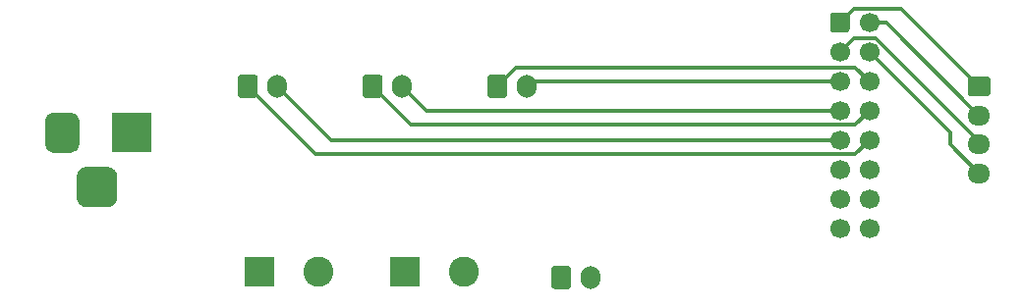
<source format=gbr>
%TF.GenerationSoftware,KiCad,Pcbnew,(5.1.12)-1*%
%TF.CreationDate,2021-12-09T20:49:17+01:00*%
%TF.ProjectId,adapter01,61646170-7465-4723-9031-2e6b69636164,rev?*%
%TF.SameCoordinates,Original*%
%TF.FileFunction,Copper,L2,Bot*%
%TF.FilePolarity,Positive*%
%FSLAX46Y46*%
G04 Gerber Fmt 4.6, Leading zero omitted, Abs format (unit mm)*
G04 Created by KiCad (PCBNEW (5.1.12)-1) date 2021-12-09 20:49:17*
%MOMM*%
%LPD*%
G01*
G04 APERTURE LIST*
%TA.AperFunction,ComponentPad*%
%ADD10C,1.700000*%
%TD*%
%TA.AperFunction,ComponentPad*%
%ADD11O,1.700000X2.000000*%
%TD*%
%TA.AperFunction,ComponentPad*%
%ADD12O,1.950000X1.700000*%
%TD*%
%TA.AperFunction,ComponentPad*%
%ADD13R,2.600000X2.600000*%
%TD*%
%TA.AperFunction,ComponentPad*%
%ADD14C,2.600000*%
%TD*%
%TA.AperFunction,ComponentPad*%
%ADD15R,3.500000X3.500000*%
%TD*%
%TA.AperFunction,Conductor*%
%ADD16C,0.300000*%
%TD*%
G04 APERTURE END LIST*
%TO.P,J7,1*%
%TO.N,Net-(J1-Pad1)*%
%TA.AperFunction,ComponentPad*%
G36*
G01*
X168150000Y-59100000D02*
X168150000Y-57900000D01*
G75*
G02*
X168400000Y-57650000I250000J0D01*
G01*
X169600000Y-57650000D01*
G75*
G02*
X169850000Y-57900000I0J-250000D01*
G01*
X169850000Y-59100000D01*
G75*
G02*
X169600000Y-59350000I-250000J0D01*
G01*
X168400000Y-59350000D01*
G75*
G02*
X168150000Y-59100000I0J250000D01*
G01*
G37*
%TD.AperFunction*%
D10*
%TO.P,J7,3*%
%TO.N,Net-(J1-Pad3)*%
X169000000Y-61040000D03*
%TO.P,J7,5*%
%TO.N,Net-(J2-Pad2)*%
X169000000Y-63580000D03*
%TO.P,J7,7*%
%TO.N,Net-(J3-Pad2)*%
X169000000Y-66120000D03*
%TO.P,J7,9*%
%TO.N,Net-(J4-Pad2)*%
X169000000Y-68660000D03*
%TO.P,J7,11*%
%TO.N,Net-(J5-Pad1)*%
X169000000Y-71200000D03*
%TO.P,J7,13*%
%TO.N,Net-(J5-Pad2)*%
X169000000Y-73740000D03*
%TO.P,J7,15*%
%TO.N,Net-(J6-Pad1)*%
X169000000Y-76280000D03*
%TO.P,J7,2*%
%TO.N,Net-(J1-Pad2)*%
X171540000Y-58500000D03*
%TO.P,J7,4*%
%TO.N,Net-(J1-Pad4)*%
X171540000Y-61040000D03*
%TO.P,J7,6*%
%TO.N,Net-(J2-Pad1)*%
X171540000Y-63580000D03*
%TO.P,J7,8*%
%TO.N,Net-(J3-Pad1)*%
X171540000Y-66120000D03*
%TO.P,J7,10*%
%TO.N,Net-(J4-Pad1)*%
X171540000Y-68660000D03*
%TO.P,J7,12*%
%TO.N,Net-(J5-Pad1)*%
X171540000Y-71200000D03*
%TO.P,J7,14*%
%TO.N,Net-(J5-Pad2)*%
X171540000Y-73740000D03*
%TO.P,J7,16*%
%TO.N,Net-(J6-Pad2)*%
X171540000Y-76280000D03*
%TD*%
%TO.P,J2,1*%
%TO.N,Net-(J2-Pad1)*%
%TA.AperFunction,ComponentPad*%
G36*
G01*
X138650000Y-64750000D02*
X138650000Y-63250000D01*
G75*
G02*
X138900000Y-63000000I250000J0D01*
G01*
X140100000Y-63000000D01*
G75*
G02*
X140350000Y-63250000I0J-250000D01*
G01*
X140350000Y-64750000D01*
G75*
G02*
X140100000Y-65000000I-250000J0D01*
G01*
X138900000Y-65000000D01*
G75*
G02*
X138650000Y-64750000I0J250000D01*
G01*
G37*
%TD.AperFunction*%
D11*
%TO.P,J2,2*%
%TO.N,Net-(J2-Pad2)*%
X142000000Y-64000000D03*
%TD*%
%TO.P,J1,1*%
%TO.N,Net-(J1-Pad1)*%
%TA.AperFunction,ComponentPad*%
G36*
G01*
X180275000Y-63150000D02*
X181725000Y-63150000D01*
G75*
G02*
X181975000Y-63400000I0J-250000D01*
G01*
X181975000Y-64600000D01*
G75*
G02*
X181725000Y-64850000I-250000J0D01*
G01*
X180275000Y-64850000D01*
G75*
G02*
X180025000Y-64600000I0J250000D01*
G01*
X180025000Y-63400000D01*
G75*
G02*
X180275000Y-63150000I250000J0D01*
G01*
G37*
%TD.AperFunction*%
D12*
%TO.P,J1,2*%
%TO.N,Net-(J1-Pad2)*%
X181000000Y-66500000D03*
%TO.P,J1,3*%
%TO.N,Net-(J1-Pad3)*%
X181000000Y-69000000D03*
%TO.P,J1,4*%
%TO.N,Net-(J1-Pad4)*%
X181000000Y-71500000D03*
%TD*%
D11*
%TO.P,J3,2*%
%TO.N,Net-(J3-Pad2)*%
X131250000Y-64000000D03*
%TO.P,J3,1*%
%TO.N,Net-(J3-Pad1)*%
%TA.AperFunction,ComponentPad*%
G36*
G01*
X127900000Y-64750000D02*
X127900000Y-63250000D01*
G75*
G02*
X128150000Y-63000000I250000J0D01*
G01*
X129350000Y-63000000D01*
G75*
G02*
X129600000Y-63250000I0J-250000D01*
G01*
X129600000Y-64750000D01*
G75*
G02*
X129350000Y-65000000I-250000J0D01*
G01*
X128150000Y-65000000D01*
G75*
G02*
X127900000Y-64750000I0J250000D01*
G01*
G37*
%TD.AperFunction*%
%TD*%
%TO.P,J4,1*%
%TO.N,Net-(J4-Pad1)*%
%TA.AperFunction,ComponentPad*%
G36*
G01*
X117150000Y-64750000D02*
X117150000Y-63250000D01*
G75*
G02*
X117400000Y-63000000I250000J0D01*
G01*
X118600000Y-63000000D01*
G75*
G02*
X118850000Y-63250000I0J-250000D01*
G01*
X118850000Y-64750000D01*
G75*
G02*
X118600000Y-65000000I-250000J0D01*
G01*
X117400000Y-65000000D01*
G75*
G02*
X117150000Y-64750000I0J250000D01*
G01*
G37*
%TD.AperFunction*%
%TO.P,J4,2*%
%TO.N,Net-(J4-Pad2)*%
X120500000Y-64000000D03*
%TD*%
D13*
%TO.P,J5,1*%
%TO.N,Net-(J5-Pad1)*%
X131500000Y-80000000D03*
D14*
%TO.P,J5,2*%
%TO.N,Net-(J5-Pad2)*%
X136580000Y-80000000D03*
%TD*%
D11*
%TO.P,J6,2*%
%TO.N,Net-(J6-Pad2)*%
X147500000Y-80500000D03*
%TO.P,J6,1*%
%TO.N,Net-(J6-Pad1)*%
%TA.AperFunction,ComponentPad*%
G36*
G01*
X144150000Y-81250000D02*
X144150000Y-79750000D01*
G75*
G02*
X144400000Y-79500000I250000J0D01*
G01*
X145600000Y-79500000D01*
G75*
G02*
X145850000Y-79750000I0J-250000D01*
G01*
X145850000Y-81250000D01*
G75*
G02*
X145600000Y-81500000I-250000J0D01*
G01*
X144400000Y-81500000D01*
G75*
G02*
X144150000Y-81250000I0J250000D01*
G01*
G37*
%TD.AperFunction*%
%TD*%
D15*
%TO.P,J8,1*%
%TO.N,Net-(J8-Pad1)*%
X108000000Y-68000000D03*
%TO.P,J8,2*%
%TO.N,Net-(J8-Pad2)*%
%TA.AperFunction,ComponentPad*%
G36*
G01*
X100500000Y-69000000D02*
X100500000Y-67000000D01*
G75*
G02*
X101250000Y-66250000I750000J0D01*
G01*
X102750000Y-66250000D01*
G75*
G02*
X103500000Y-67000000I0J-750000D01*
G01*
X103500000Y-69000000D01*
G75*
G02*
X102750000Y-69750000I-750000J0D01*
G01*
X101250000Y-69750000D01*
G75*
G02*
X100500000Y-69000000I0J750000D01*
G01*
G37*
%TD.AperFunction*%
%TO.P,J8,3*%
%TO.N,N/C*%
%TA.AperFunction,ComponentPad*%
G36*
G01*
X103250000Y-73575000D02*
X103250000Y-71825000D01*
G75*
G02*
X104125000Y-70950000I875000J0D01*
G01*
X105875000Y-70950000D01*
G75*
G02*
X106750000Y-71825000I0J-875000D01*
G01*
X106750000Y-73575000D01*
G75*
G02*
X105875000Y-74450000I-875000J0D01*
G01*
X104125000Y-74450000D01*
G75*
G02*
X103250000Y-73575000I0J875000D01*
G01*
G37*
%TD.AperFunction*%
%TD*%
D14*
%TO.P,J9,2*%
%TO.N,Net-(J8-Pad2)*%
X124080000Y-80000000D03*
D13*
%TO.P,J9,1*%
%TO.N,Net-(J8-Pad1)*%
X119000000Y-80000000D03*
%TD*%
D16*
%TO.N,Net-(J1-Pad1)*%
X174299999Y-57299999D02*
X181000000Y-64000000D01*
X170200001Y-57299999D02*
X174299999Y-57299999D01*
X169000000Y-58500000D02*
X170200001Y-57299999D01*
%TO.N,Net-(J1-Pad2)*%
X173000000Y-58500000D02*
X181000000Y-66500000D01*
X171540000Y-58500000D02*
X173000000Y-58500000D01*
%TO.N,Net-(J1-Pad3)*%
X181000000Y-68723998D02*
X181000000Y-69000000D01*
X172116001Y-59839999D02*
X181000000Y-68723998D01*
X170200001Y-59839999D02*
X172116001Y-59839999D01*
X169000000Y-61040000D02*
X170200001Y-59839999D01*
%TO.N,Net-(J1-Pad4)*%
X171540000Y-61040000D02*
X178500000Y-68000000D01*
X178500000Y-69000000D02*
X181000000Y-71500000D01*
X178500000Y-68000000D02*
X178500000Y-69000000D01*
%TO.N,Net-(J2-Pad1)*%
X170339999Y-62379999D02*
X171540000Y-63580000D01*
X141120001Y-62379999D02*
X170339999Y-62379999D01*
X139500000Y-64000000D02*
X141120001Y-62379999D01*
%TO.N,Net-(J2-Pad2)*%
X142000000Y-64000000D02*
X142500000Y-63500000D01*
X142580000Y-63580000D02*
X169000000Y-63580000D01*
X142500000Y-63500000D02*
X142580000Y-63580000D01*
%TO.N,Net-(J3-Pad2)*%
X133370000Y-66120000D02*
X169000000Y-66120000D01*
X131250000Y-64000000D02*
X133370000Y-66120000D01*
%TO.N,Net-(J3-Pad1)*%
X170339999Y-67320001D02*
X171540000Y-66120000D01*
X132070001Y-67320001D02*
X170339999Y-67320001D01*
X128750000Y-64000000D02*
X132070001Y-67320001D01*
%TO.N,Net-(J4-Pad1)*%
X170339999Y-69860001D02*
X171540000Y-68660000D01*
X123860001Y-69860001D02*
X170339999Y-69860001D01*
X118000000Y-64000000D02*
X123860001Y-69860001D01*
%TO.N,Net-(J4-Pad2)*%
X125160000Y-68660000D02*
X169000000Y-68660000D01*
X120500000Y-64000000D02*
X125160000Y-68660000D01*
%TD*%
M02*

</source>
